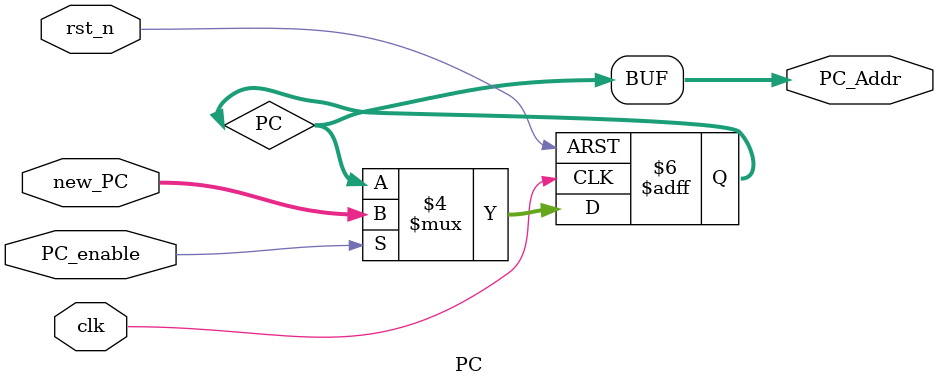
<source format=v>
module PC(
  input         clk,
  input  [31:0] new_PC,
  input         PC_enable,
  input         rst_n,//
  output [31:0] PC_Addr
  );
	reg [31:0] PC;
	
	always@(posedge clk or negedge rst_n)
	begin
	  if (!rst_n)
	    begin
	      PC = 32'h0000_3000;
	    end
	  else
	    if (PC_enable)
	    begin
	      PC = new_PC;
	      //$display("PC = %x", PC);
	    end  
	end
	assign PC_Addr = PC;
endmodule
	
	

</source>
